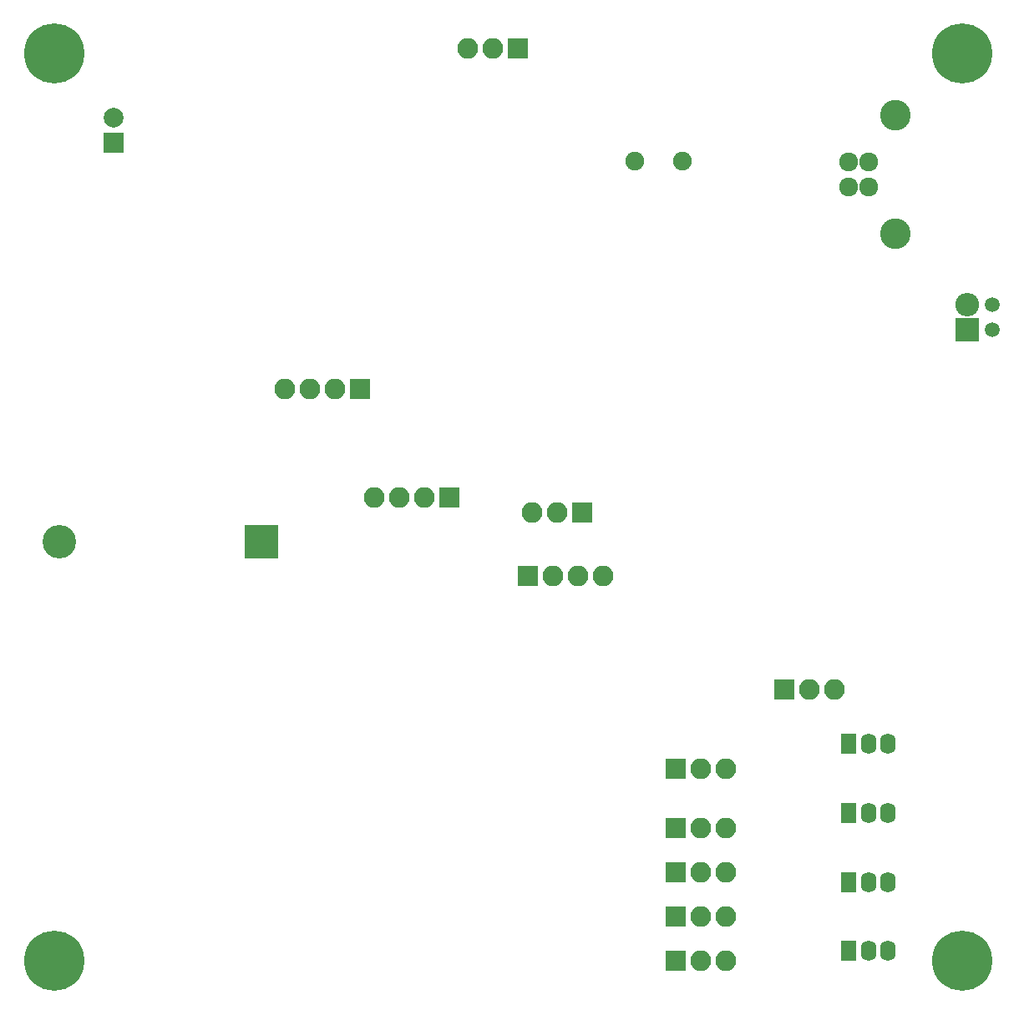
<source format=gbs>
G04 #@! TF.FileFunction,Soldermask,Bot*
%FSLAX46Y46*%
G04 Gerber Fmt 4.6, Leading zero omitted, Abs format (unit mm)*
G04 Created by KiCad (PCBNEW 4.0.7) date 11/23/17 20:16:06*
%MOMM*%
%LPD*%
G01*
G04 APERTURE LIST*
%ADD10C,0.100000*%
%ADD11C,3.400000*%
%ADD12R,3.400000X3.400000*%
%ADD13C,1.920000*%
%ADD14C,3.100000*%
%ADD15R,2.000000X2.000000*%
%ADD16C,2.000000*%
%ADD17R,2.100000X2.100000*%
%ADD18O,2.100000X2.100000*%
%ADD19C,1.900000*%
%ADD20O,2.398980X2.398980*%
%ADD21R,2.398980X2.398980*%
%ADD22C,1.500000*%
%ADD23C,6.100000*%
%ADD24R,1.600000X2.100000*%
%ADD25O,1.600000X2.100000*%
G04 APERTURE END LIST*
D10*
D11*
X118956000Y-97028000D03*
D12*
X139446000Y-97028000D03*
D13*
X199000000Y-61040000D03*
X199000000Y-58500000D03*
X201000000Y-58500000D03*
X201000000Y-61040000D03*
D14*
X203700000Y-65770000D03*
X203700000Y-53770000D03*
D15*
X124500000Y-56500000D03*
D16*
X124500000Y-54000000D03*
D17*
X172000000Y-94000000D03*
D18*
X169460000Y-94000000D03*
X166920000Y-94000000D03*
D17*
X166500000Y-100500000D03*
D18*
X169040000Y-100500000D03*
X171580000Y-100500000D03*
X174120000Y-100500000D03*
D17*
X158500000Y-92500000D03*
D18*
X155960000Y-92500000D03*
X153420000Y-92500000D03*
X150880000Y-92500000D03*
D17*
X149500000Y-81500000D03*
D18*
X146960000Y-81500000D03*
X144420000Y-81500000D03*
X141880000Y-81500000D03*
D17*
X192500000Y-112000000D03*
D18*
X195040000Y-112000000D03*
X197580000Y-112000000D03*
D19*
X177310000Y-58370000D03*
X182190000Y-58370000D03*
D20*
X211000000Y-72960000D03*
D21*
X211000000Y-75500000D03*
D22*
X213540000Y-75500000D03*
X213540000Y-72960000D03*
D17*
X165500000Y-47000000D03*
D18*
X162960000Y-47000000D03*
X160420000Y-47000000D03*
D23*
X210500000Y-139500000D03*
X118500000Y-139500000D03*
X118500000Y-47500000D03*
X210500000Y-47500000D03*
D17*
X181500000Y-126000000D03*
D18*
X184040000Y-126000000D03*
X186580000Y-126000000D03*
D17*
X181500000Y-130500000D03*
D18*
X184040000Y-130500000D03*
X186580000Y-130500000D03*
D24*
X199000000Y-117500000D03*
D25*
X201000000Y-117500000D03*
X203000000Y-117500000D03*
D24*
X199000000Y-124500000D03*
D25*
X201000000Y-124500000D03*
X203000000Y-124500000D03*
D24*
X199000000Y-131500000D03*
D25*
X201000000Y-131500000D03*
X203000000Y-131500000D03*
D24*
X199000000Y-138500000D03*
D25*
X201000000Y-138500000D03*
X203000000Y-138500000D03*
D17*
X181500000Y-135000000D03*
D18*
X184040000Y-135000000D03*
X186580000Y-135000000D03*
D17*
X181500000Y-139500000D03*
D18*
X184040000Y-139500000D03*
X186580000Y-139500000D03*
D17*
X181500000Y-120000000D03*
D18*
X184040000Y-120000000D03*
X186580000Y-120000000D03*
M02*

</source>
